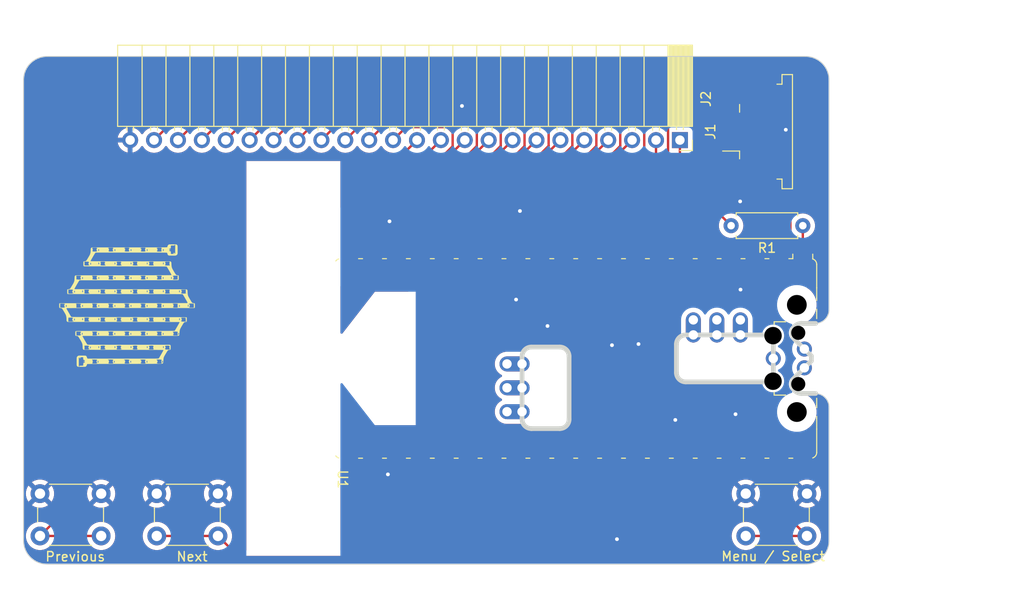
<source format=kicad_pcb>
(kicad_pcb (version 20221018) (generator pcbnew)
  (layers (0 "F.Cu" signal) (31 "B.Cu" signal) (34 "B.Paste" user) (35 "F.Paste" user) (36 "B.SilkS" user "B.Silkscreen") (37 "F.SilkS" user "F.Silkscreen") (38 "B.Mask" user) (39 "F.Mask" user) (44 "Edge.Cuts" user))
  (net 0 "")
  (net 1 "Net-(J1-Pin_1)")
  (net 2 "Net-(J1-Pin_2)")
  (net 4 "GPIO4")
  (net 5 "GPIO5")
  (net 6 "GPIO6")
  (net 7 "GPIO7")
  (net 8 "GPIO8")
  (net 9 "GPIO9")
  (net 10 "GPIO10")
  (net 11 "GPIO11")
  (net 12 "GPIO12")
  (net 13 "GPIO13")
  (net 14 "GPIO14")
  (net 15 "GPIO15")
  (net 16 "GPIO16")
  (net 17 "GPIO17")
  (net 18 "GPIO18")
  (net 19 "GPIO19")
  (net 20 "GPIO20")
  (net 21 "GPIO21")
  (net 22 "GPIO22")
  (net 23 "ADC0")
  (net 24 "ADC1")
  (net 25 "ADC2")
  (net 26 "Net-(J2-Pin_23)")
  (net 27 "Net-(U1-GPIO0)")
  (net 28 "Net-(U1-GPIO1)")
  (net 29 "Net-(U1-GPIO2)")
  (net 30 "Net-(U1-GPIO3)")
  (net 35 "GND")
  (footprint "Button_Switch_THT:SW_PUSH_6mm" (layer "F.Cu") (at 79.16 80)
    (fp_text reference "SW2" hide)
    (fp_text value "Next" (at 3.75 6.7) (layer "F.SilkS"))
    (pad "1" thru_hole circle (at 0 0 90) (size 2 2) (drill 1.1) (layers "*.Cu" "*.Mask") (net 35 "GND"))
    (pad "1" thru_hole circle (at 6.5 0 90) (size 2 2) (drill 1.1) (layers "*.Cu" "*.Mask") (net 35 "GND"))
    (pad "2" thru_hole circle (at 0 4.5 90) (size 2 2) (drill 1.1) (layers "*.Cu" "*.Mask") (net 29 "Net-(U1-GPIO2)"))
    (pad "2" thru_hole circle (at 6.5 4.5 90) (size 2 2) (drill 1.1) (layers "*.Cu" "*.Mask") (net 29 "Net-(U1-GPIO2)"))
  )
  (footprint "LOGO" (layer "F.Cu") (at 76 60)
    (fp_text reference "G***" hide)
    (fp_text value "LOGO" hide)
  )
  (footprint "Button_Switch_THT:SW_PUSH_6mm" (layer "F.Cu") (at 66.75 80)
    (fp_text reference "SW3" hide)
    (fp_text value "Previous" (at 3.75 6.7) (layer "F.SilkS"))
    (pad "1" thru_hole circle (at 0 0 90) (size 2 2) (drill 1.1) (layers "*.Cu" "*.Mask") (net 35 "GND"))
    (pad "1" thru_hole circle (at 6.5 0 90) (size 2 2) (drill 1.1) (layers "*.Cu" "*.Mask") (net 35 "GND"))
    (pad "2" thru_hole circle (at 0 4.5 90) (size 2 2) (drill 1.1) (layers "*.Cu" "*.Mask") (net 30 "Net-(U1-GPIO3)"))
    (pad "2" thru_hole circle (at 6.5 4.5 90) (size 2 2) (drill 1.1) (layers "*.Cu" "*.Mask") (net 30 "Net-(U1-GPIO3)"))
  )
  (footprint "Library:Connector_1x04-1MP_P1.0mm_Horizontal" (layer "F.Cu") (at 142 41.5 90)
    (fp_text reference "J1" (at 0 -4 90) (layer "F.SilkS"))
    (fp_text value "LED Strip")
    (pad "1" smd rect (at -1.5 -1.8 90) (size 0.6 2.2) (layers "F.Cu" "F.Paste" "F.Mask") (net 1 "Net-(J1-Pin_1)"))
    (pad "2" smd rect (at -0.5 -1.8 90) (size 0.6 2.2) (layers "F.Cu" "F.Paste" "F.Mask") (net 2 "Net-(J1-Pin_2)"))
    (pad "3" smd rect (at 0.5 -1.8 90) (size 0.6 2.2) (layers "F.Cu" "F.Paste" "F.Mask") (net 35 "GND"))
    (pad "4" smd rect (at 1.5 -1.8 90) (size 0.6 2.2) (layers "F.Cu" "F.Paste" "F.Mask"))
    (pad "MP" smd rect (at -4.1 1 90) (size 3.4 3) (layers "F.Cu" "F.Paste" "F.Mask"))
    (pad "MP" smd rect (at 4.1 1 90) (size 3.4 3) (layers "F.Cu" "F.Paste" "F.Mask"))
  )
  (footprint "Library:RaspberryPi_Pico_W_SMD_MountingHoles_Castellated_HandSolder" (layer "F.Cu") (at 123.675 65.62 -90)
    (fp_text reference "U1" (at 11.7475 24.765 -90 unlocked) (layer "F.SilkS") (effects (justify left)))
    (fp_text value "RaspberryPi_Pico")
    (fp_line (start -3.725 -23.989213) (end -3.725 -25.5) (stroke (width 0.5)) (layer "Edge.Cuts"))
    (fp_line (start -2.5 -20) (end -2.5 -11.7) (stroke (width 0.5)) (layer "Edge.Cuts"))
    (fp_line (start -2.017893 -23.282106) (end -0.257537 -25.042462) (stroke (width 0.5)) (layer "Edge.Cuts"))
    (fp_line (start -1.2159 4.7) (end -1.2159 1.7) (stroke (width 0.5)) (layer "Edge.Cuts"))
    (fp_line (start -0.2159 5.7) (end 6.4641 5.7) (stroke (width 0.5)) (layer "Edge.Cuts"))
    (fp_line (start 0.257537 -25.042462) (end -0.257537 -25.042462) (stroke (width 0.5)) (layer "Edge.Cuts"))
    (fp_line (start 1.5 -21) (end -1.5 -21) (stroke (width 0.5)) (layer "Edge.Cuts"))
    (fp_line (start 1.5 -10.7) (end -1.5 -10.7) (stroke (width 0.5)) (layer "Edge.Cuts"))
    (fp_line (start 2.017893 -23.282106) (end 0.257537 -25.042462) (stroke (width 0.5)) (layer "Edge.Cuts"))
    (fp_line (start 2.5 -11.7) (end 2.5 -20) (stroke (width 0.5)) (layer "Edge.Cuts"))
    (fp_line (start 3.725 -23.989213) (end 3.725 -25.5) (stroke (width 0.5)) (layer "Edge.Cuts"))
    (fp_line (start 6.4641 0.7) (end -0.2159 0.7) (stroke (width 0.5)) (layer "Edge.Cuts"))
    (fp_line (start 7.4641 1.7) (end 7.4641 4.7) (stroke (width 0.5)) (layer "Edge.Cuts"))
    (fp_arc (start -2.5 -20) (mid -2.207118 -20.707118) (end -1.5 -21) (stroke (width 0.5)) (layer "Edge.Cuts"))
    (fp_arc (start -2.017893 -23.282106) (mid -3.107711 -23.065266) (end -3.725 -23.989213) (stroke (width 0.5)) (layer "Edge.Cuts"))
    (fp_arc (start -1.5 -10.7) (mid -2.20711 -10.99289) (end -2.5 -11.7) (stroke (width 0.5)) (layer "Edge.Cuts"))
    (fp_arc (start -1.2159 1.7) (mid -0.923007 0.992893) (end -0.2159 0.7) (stroke (width 0.5)) (layer "Edge.Cuts"))
    (fp_arc (start -0.2159 5.7) (mid -0.923007 5.407107) (end -1.2159 4.7) (stroke (width 0.5)) (layer "Edge.Cuts"))
    (fp_arc (start 1.5 -21) (mid 2.207107 -20.707107) (end 2.5 -20) (stroke (width 0.5)) (layer "Edge.Cuts"))
    (fp_arc (start 2.5 -11.7) (mid 2.207095 -10.992905) (end 1.5 -10.7) (stroke (width 0.5)) (layer "Edge.Cuts"))
    (fp_arc (start 3.725 -23.989213) (mid 3.107701 -23.065291) (end 2.017893 -23.282106) (stroke (width 0.5)) (layer "Edge.Cuts"))
    (fp_arc (start 6.4641 0.7) (mid 7.171207 0.992893) (end 7.4641 1.7) (stroke (width 0.5)) (layer "Edge.Cuts"))
    (fp_arc (start 7.4641 4.7) (mid 7.171207 5.407107) (end 6.4641 5.7) (stroke (width 0.5)) (layer "Edge.Cuts"))
    (pad "" np_thru_hole circle (at -5.7 -23.5 270) (size 3.8 3.8) (drill 2.1) (layers "*.Mask") (clearance 1.05))
    (pad "" np_thru_hole circle (at -2.725 -23.65 270) (size 1.5 1.5) (drill 1.5) (layers "*.Mask"))
    (pad "" np_thru_hole circle (at -2.425 -20.97 270) (size 1.85 1.85) (drill 1.85) (layers "*.Mask"))
    (pad "" np_thru_hole circle (at 2.425 -20.97 270) (size 1.85 1.85) (drill 1.85) (layers "*.Mask"))
    (pad "" np_thru_hole circle (at 2.725 -23.65 270) (size 1.5 1.5) (drill 1.5) (layers "*.Mask"))
    (pad "" np_thru_hole circle (at 5.7 -23.5 270) (size 3.8 3.8) (drill 2.1) (layers "*.Mask") (clearance 1.05))
    (pad "1" smd custom (at -8.89 -24.13 270) (size 1.6 1.6) (layers "F.Cu" "F.Paste" "F.Mask") (net 27 "Net-(U1-GPIO0)") (options (clearance outline) (anchor circle)) (primitives (gr_poly (pts (xy -2.4 0.6) (xy -2.4 -0.6) (xy -2.2 -0.8) (xy 0 -0.8) (xy 0 0.8) (xy -2.2 0.8)) (width 0) (fill yes)) (gr_circle (center -2.2 0.6) (end -2 0.6) (width 0) (fill yes)) (gr_circle (center -2.2 -0.6) (end -2 -0.6) (width 0) (fill yes))))
    (pad "2" smd roundrect (at -8.89 -21.59 270) (size 3.2 1.6) (drill (offset -0.8 0)) (layers "F.Cu" "F.Paste" "F.Mask") (roundrect_rratio 0.5) (net 28 "Net-(U1-GPIO1)"))
    (pad "3" smd custom (at -8.89 -19.05 270) (size 1.6 1.6) (layers "F.Cu" "F.Paste" "F.Mask") (net 35 "GND") (options (clearance outline) (anchor circle)) (primitives (gr_poly (pts (xy 0.8 -0.6) (xy 0.8 0.6) (xy 0.6 0.8) (xy -1.6 0.8) (xy -1.6 -0.8) (xy 0.6 -0.8)) (width 0) (fill yes)) (gr_circle (center 0.6 0.6) (end 0.8 0.6) (width 0) (fill yes)) (gr_circle (center 0.6 -0.6) (end 0.8 -0.6) (width 0) (fill yes)) (gr_circle (center -1.6 0) (end -0.8 0) (width 0) (fill yes))))
    (pad "4" smd roundrect (at -8.89 -16.51 270) (size 3.2 1.6) (drill (offset -0.8 0)) (layers "F.Cu" "F.Paste" "F.Mask") (roundrect_rratio 0.5) (net 29 "Net-(U1-GPIO2)"))
    (pad "5" smd roundrect (at -8.89 -13.97 270) (size 3.2 1.6) (drill (offset -0.8 0)) (layers "F.Cu" "F.Paste" "F.Mask") (roundrect_rratio 0.5) (net 30 "Net-(U1-GPIO3)"))
    (pad "6" smd roundrect (at -8.89 -11.43 270) (size 3.2 1.6) (drill (offset -0.8 0)) (layers "F.Cu" "F.Paste" "F.Mask") (roundrect_rratio 0.5) (net 4 "GPIO4"))
    (pad "7" smd roundrect (at -8.89 -8.89 270) (size 3.2 1.6) (drill (offset -0.8 0)) (layers "F.Cu" "F.Paste" "F.Mask") (roundrect_rratio 0.5) (net 5 "GPIO5"))
    (pad "8" smd custom (at -8.89 -6.35 270) (size 1.6 1.6) (layers "F.Cu" "F.Paste" "F.Mask") (net 35 "GND") (options (clearance outline) (anchor circle)) (primitives (gr_poly (pts (xy 0.8 -0.6) (xy 0.8 0.6) (xy 0.6 0.8) (xy -1.6 0.8) (xy -1.6 -0.8) (xy 0.6 -0.8)) (width 0) (fill yes)) (gr_circle (center 0.6 0.6) (end 0.8 0.6) (width 0) (fill yes)) (gr_circle (center 0.6 -0.6) (end 0.8 -0.6) (width 0) (fill yes)) (gr_circle (center -1.6 0) (end -0.8 0) (width 0) (fill yes))))
    (pad "9" smd roundrect (at -8.89 -3.81 270) (size 3.2 1.6) (drill (offset -0.8 0)) (layers "F.Cu" "F.Paste" "F.Mask") (roundrect_rratio 0.5) (net 6 "GPIO6"))
    (pad "10" smd roundrect (at -8.89 -1.27 270) (size 3.2 1.6) (drill (offset -0.8 0)) (layers "F.Cu" "F.Paste" "F.Mask") (roundrect_rratio 0.5) (net 7 "GPIO7"))
    (pad "11" smd roundrect (at -8.89 1.27 270) (size 3.2 1.6) (drill (offset -0.8 0)) (layers "F.Cu" "F.Paste" "F.Mask") (roundrect_rratio 0.5) (net 8 "GPIO8"))
    (pad "12" smd roundrect (at -8.89 3.81 270) (size 3.2 1.6) (drill (offset -0.8 0)) (layers "F.Cu" "F.Paste" "F.Mask") (roundrect_rratio 0.5) (net 9 "GPIO9"))
    (pad "13" smd custom (at -8.89 6.35 270) (size 1.6 1.6) (layers "F.Cu" "F.Paste" "F.Mask") (net 35 "GND") (options (clearance outline) (anchor circle)) (primitives (gr_poly (pts (xy 0.8 -0.6) (xy 0.8 0.6) (xy 0.6 0.8) (xy -1.6 0.8) (xy -1.6 -0.8) (xy 0.6 -0.8)) (width 0) (fill yes)) (gr_circle (center 0.6 0.6) (end 0.8 0.6) (width 0) (fill yes)) (gr_circle (center 0.6 -0.6) (end 0.8 -0.6) (width 0) (fill yes)) (gr_circle (center -1.6 0) (end -0.8 0) (width 0) (fill yes))))
    (pad "14" smd roundrect (at -8.89 8.89 270) (size 3.2 1.6) (drill (offset -0.8 0)) (layers "F.Cu" "F.Paste" "F.Mask") (roundrect_rratio 0.5) (net 10 "GPIO10"))
    (pad "15" smd roundrect (at -8.89 11.43 270) (size 3.2 1.6) (drill (offset -0.8 0)) (layers "F.Cu" "F.Paste" "F.Mask") (roundrect_rratio 0.5) (net 11 "GPIO11"))
    (pad "16" smd roundrect (at -8.89 13.97 270) (size 3.2 1.6) (drill (offset -0.8 0)) (layers "F.Cu" "F.Paste" "F.Mask") (roundrect_rratio 0.5) (net 12 "GPIO12"))
    (pad "17" smd roundrect (at -8.89 16.51 270) (size 3.2 1.6) (drill (offset -0.8 0)) (layers "F.Cu" "F.Paste" "F.Mask") (roundrect_rratio 0.5) (net 13 "GPIO13"))
    (pad "18" smd custom (at -8.89 19.05 270) (size 1.6 1.6) (layers "F.Cu" "F.Paste" "F.Mask") (net 35 "GND") (options (clearance outline) (anchor circle)) (primitives (gr_poly (pts (xy 0.8 -0.6) (xy 0.8 0.6) (xy 0.6 0.8) (xy -1.6 0.8) (xy -1.6 -0.8) (xy 0.6 -0.8)) (width 0) (fill yes)) (gr_circle (center 0.6 0.6) (end 0.8 0.6) (width 0) (fill yes)) (gr_circle (center 0.6 -0.6) (end 0.8 -0.6) (width 0) (fill yes)) (gr_circle (center -1.6 0) (end -0.8 0) (width 0) (fill yes))))
    (pad "19" smd roundrect (at -8.89 21.59 270) (size 3.2 1.6) (drill (offset -0.8 0)) (layers "F.Cu" "F.Paste" "F.Mask") (roundrect_rratio 0.5) (net 14 "GPIO14"))
    (pad "20" smd roundrect (at -8.89 24.13 270) (size 3.2 1.6) (drill (offset -0.8 0)) (layers "F.Cu" "F.Paste" "F.Mask") (roundrect_rratio 0.5) (net 15 "GPIO15"))
    (pad "21" smd roundrect (at 8.89 24.13 270) (size 3.2 1.6) (drill (offset 0.8 0)) (layers "F.Cu" "F.Paste" "F.Mask") (roundrect_rratio 0.5) (net 16 "GPIO16"))
    (pad "22" smd roundrect (at 8.89 21.59 270) (size 3.2 1.6) (drill (offset 0.8 0)) (layers "F.Cu" "F.Paste" "F.Mask") (roundrect_rratio 0.5) (net 17 "GPIO17"))
    (pad "23" smd custom (at 8.89 19.05 270) (size 1.6 1.6) (layers "F.Cu" "F.Paste" "F.Mask") (net 35 "GND") (options (clearance outline) (anchor circle)) (primitives (gr_poly (pts (xy -0.8 -0.6) (xy -0.8 0.6) (xy -0.6 0.8) (xy 1.6 0.8) (xy 1.6 -0.8) (xy -0.6 -0.8)) (width 0) (fill yes)) (gr_circle (center -0.6 0.6) (end -0.4 0.6) (width 0) (fill yes)) (gr_circle (center -0.6 -0.6) (end -0.4 -0.6) (width 0) (fill yes)) (gr_circle (center 1.6 0) (end 2.4 0) (width 0) (fill yes))))
    (pad "24" smd roundrect (at 8.89 16.51 270) (size 3.2 1.6) (drill (offset 0.8 0)) (layers "F.Cu" "F.Paste" "F.Mask") (roundrect_rratio 0.5) (net 18 "GPIO18"))
    (pad "25" smd roundrect (at 8.89 13.97 270) (size 3.2 1.6) (drill (offset 0.8 0)) (layers "F.Cu" "F.Paste" "F.Mask") (roundrect_rratio 0.5) (net 19 "GPIO19"))
    (pad "26" smd roundrect (at 8.89 11.43 270) (size 3.2 1.6) (drill (offset 0.8 0)) (layers "F.Cu" "F.Paste" "F.Mask") (roundrect_rratio 0.5) (net 20 "GPIO20"))
    (pad "27" smd roundrect (at 8.89 8.89 270) (size 3.2 1.6) (drill (offset 0.8 0)) (layers "F.Cu" "F.Paste" "F.Mask") (roundrect_rratio 0.5) (net 21 "GPIO21"))
    (pad "28" smd custom (at 8.89 6.35 270) (size 1.6 1.6) (layers "F.Cu" "F.Paste" "F.Mask") (net 35 "GND") (options (clearance outline) (anchor circle)) (primitives (gr_poly (pts (xy -0.8 -0.6) (xy -0.8 0.6) (xy -0.6 0.8) (xy 1.6 0.8) (xy 1.6 -0.8) (xy -0.6 -0.8)) (width 0) (fill yes)) (gr_circle (center -0.6 0.6) (end -0.4 0.6) (width 0) (fill yes)) (gr_circle (center -0.6 -0.6) (end -0.4 -0.6) (width 0) (fill yes)) (gr_circle (center 1.6 0) (end 2.4 0) (width 0) (fill yes))))
    (pad "29" smd roundrect (at 8.89 3.81 270) (size 3.2 1.6) (drill (offset 0.8 0)) (layers "F.Cu" "F.Paste" "F.Mask") (roundrect_rratio 0.5) (net 22 "GPIO22"))
    (pad "30" smd roundrect (at 8.89 1.27 270) (size 3.2 1.6) (drill (offset 0.8 0)) (layers "F.Cu" "F.Paste" "F.Mask") (roundrect_rratio 0.5))
    (pad "31" smd roundrect (at 8.89 -1.27 270) (size 3.2 1.6) (drill (offset 0.8 0)) (layers "F.Cu" "F.Paste" "F.Mask") (roundrect_rratio 0.5) (net 23 "ADC0"))
    (pad "32" smd roundrect (at 8.89 -3.81 270) (size 3.2 1.6) (drill (offset 0.8 0)) (layers "F.Cu" "F.Paste" "F.Mask") (roundrect_rratio 0.5) (net 24 "ADC1"))
    (pad "33" smd custom (at 8.89 -6.35 270) (size 1.6 1.6) (layers "F.Cu" "F.Paste" "F.Mask") (options (clearance outline) (anchor circle)) (primitives (gr_poly (pts (xy -0.8 -0.6) (xy -0.8 0.6) (xy -0.6 0.8) (xy 1.6 0.8) (xy 1.6 -0.8) (xy -0.6 -0.8)) (width 0) (fill yes)) (gr_circle (center -0.6 0.6) (end -0.4 0.6) (width 0) (fill yes)) (gr_circle (center -0.6 -0.6) (end -0.4 -0.6) (width 0) (fill yes)) (gr_circle (center 1.6 0) (end 2.4 0) (width 0) (fill yes))))
    (pad "34" smd roundrect (at 8.89 -8.89 270) (size 3.2 1.6) (drill (offset 0.8 0)) (layers "F.Cu" "F.Paste" "F.Mask") (roundrect_rratio 0.5) (net 25 "ADC2"))
    (pad "35" smd roundrect (at 8.89 -11.43 270) (size 3.2 1.6) (drill (offset 0.8 0)) (layers "F.Cu" "F.Paste" "F.Mask") (roundrect_rratio 0.5))
    (pad "36" smd roundrect (at 8.89 -13.97 270) (size 3.2 1.6) (drill (offset 0.8 0)) (layers "F.Cu" "F.Paste" "F.Mask") (roundrect_rratio 0.5) (net 26 "Net-(J2-Pin_23)"))
    (pad "37" smd roundrect (at 8.89 -16.51 270) (size 3.2 1.6) (drill (offset 0.8 0)) (layers "F.Cu" "F.Paste" "F.Mask") (roundrect_rratio 0.5))
    (pad "38" smd custom (at 8.89 -19.05 270) (size 1.6 1.6) (layers "F.Cu" "F.Paste" "F.Mask") (net 35 "GND") (options (clearance outline) (anchor circle)) (primitives (gr_poly (pts (xy -0.8 -0.6) (xy -0.8 0.6) (xy -0.6 0.8) (xy 1.6 0.8) (xy 1.6 -0.8) (xy -0.6 -0.8)) (width 0) (fill yes)) (gr_circle (center -0.6 0.6) (end -0.4 0.6) (width 0) (fill yes)) (gr_circle (center -0.6 -0.6) (end -0.4 -0.6) (width 0) (fill yes)) (gr_circle (center 1.6 0) (end 2.4 0) (width 0) (fill yes))))
    (pad "39" smd roundrect (at 8.89 -21.59 270) (size 3.2 1.6) (drill (offset 0.8 0)) (layers "F.Cu" "F.Paste" "F.Mask") (roundrect_rratio 0.5) (net 1 "Net-(J1-Pin_1)"))
    (pad "40" smd roundrect (at 8.89 -24.13 270) (size 3.2 1.6) (drill (offset 0.8 0)) (layers "F.Cu" "F.Paste" "F.Mask") (roundrect_rratio 0.5) (net 1 "Net-(J1-Pin_1)"))
    (pad "D1" thru_hole circle (at 0.5841 5.7 270) (size 1.6 1.6) (drill 1) (property pad_prop_castellated) (layers "*.Cu" "*.Mask"))
    (pad "D1" thru_hole roundrect (at 0.5841 7.3 270) (size 1.6 3.2) (drill 1 (offset 0 -0.8)) (property pad_prop_castellated) (layers "*.Cu" "*.Mask") (roundrect_rratio 0.5))
    (pad "D2" thru_hole circle (at 3.1241 5.7 270) (size 1.6 1.6) (drill 1) (property pad_prop_castellated) (layers "*.Cu" "*.Mask"))
    (pad "D2" thru_hole roundrect (at 3.1241 7.3 270) (size 1.6 3.2) (drill 1 (offset 0 -0.8)) (property pad_prop_castellated) (layers "*.Cu" "*.Mask") (roundrect_rratio 0.5))
    (pad "D3" thru_hole circle (at 5.6641 5.7 270) (size 1.6 1.6) (drill 1) (property pad_prop_castellated) (layers "*.Cu" "*.Mask"))
    (pad "D3" thru_hole roundrect (at 5.6641 7.3 270) (size 1.6 3.2) (drill 1 (offset 0 -0.8)) (property pad_prop_castellated) (layers "*.Cu" "*.Mask") (roundrect_rratio 0.5))
    (pad "TP1" thru_hole circle (at 0 -21 270) (size 1.6 1.6) (drill 1) (property pad_prop_castellated) (layers "*.Mask" "F.Cu" "In1.Cu" "B.Cu"))
    (pad "TP2" thru_hole circle (at 1 -24.3 270) (size 1.6 1.6) (drill 1) (property pad_prop_castellated) (layers "*.Cu" "*.Mask"))
    (pad "TP3" thru_hole circle (at -1 -24.3 270) (size 1.6 1.6) (drill 1) (property pad_prop_castellated) (layers "*.Cu" "*.Mask"))
    (pad "TP4" thru_hole roundrect (at -4.1 -17.5 270) (size 3.2 1.6) (drill 1 (offset 0.8 0)) (property pad_prop_castellated) (layers "*.Mask" "F.Cu" "In1.Cu" "B.Cu") (roundrect_rratio 0.5))
    (pad "TP4" thru_hole circle (at -2.5 -17.5 270) (size 1.6 1.6) (drill 1) (property pad_prop_castellated) (layers "*.Mask" "F.Cu" "In1.Cu" "B.Cu"))
    (pad "TP5" thru_hole roundrect (at -4.1 -15 270) (size 3.2 1.6) (drill 1 (offset 0.8 0)) (property pad_prop_castellated) (layers "*.Mask" "F.Cu" "In1.Cu" "B.Cu") (roundrect_rratio 0.5))
    (pad "TP5" thru_hole circle (at -2.5 -15 270) (size 1.6 1.6) (drill 1) (property pad_prop_castellated) (layers "*.Mask" "F.Cu" "In1.Cu" "B.Cu"))
    (pad "TP6" thru_hole roundrect (at -4.1 -12.5 270) (size 3.2 1.6) (drill 1 (offset 0.8 0)) (property pad_prop_castellated) (layers "*.Mask" "F.Cu" "In1.Cu" "B.Cu") (roundrect_rratio 0.5))
    (pad "TP6" thru_hole circle (at -2.5 -12.5 270) (size 1.6 1.6) (drill 1) (property pad_prop_castellated) (layers "*.Mask" "F.Cu" "In1.Cu" "B.Cu"))
    (zone (net 0) (net_name "") (layers "*.Cu" "*.Paste") (name "RF Copper Keep Out") (connect_pads (clearance 0)) (min_thickness 0.254)
      (keepout (tracks not_allowed) (vias not_allowed) (pads not_allowed) (copperpour not_allowed) (footprints not_allowed))
      (fill (thermal_gap 0.508) (thermal_bridge_width 0.508))
      (polygon (pts (xy 98.675 44.62) (xy 98.675 86.62) (xy 88.675 86.62) (xy 88.675 44.62)))
    )
    (zone (net 0) (net_name "") (layers "*.Cu" "*.Paste") (name "Antenna Copper Keep Out") (connect_pads (clearance 0)) (min_thickness 0.254)
      (keepout (tracks not_allowed) (vias not_allowed) (pads not_allowed) (copperpour not_allowed) (footprints not_allowed))
      (fill (thermal_gap 0.508) (thermal_bridge_width 0.508))
      (polygon (pts (xy 98.685105 63.22) (xy 102.335105 58.52) (xy 106.675 58.52) (xy 106.675 72.72) (xy 102.335105 72.72) (xy 98.685105 68.02) (xy 98.675 68.02) (xy 98.675 63.22)))
    )
  )
  (footprint "Button_Switch_THT:SW_PUSH_6mm" (layer "F.Cu") (at 141.75 80)
    (fp_text reference "SW1" hide)
    (fp_text value "Menu / Select" (at 2.91 6.67) (layer "F.SilkS"))
    (pad "1" thru_hole circle (at 0 0 90) (size 2 2) (drill 1.1) (layers "*.Cu" "*.Mask") (net 35 "GND"))
    (pad "1" thru_hole circle (at 6.5 0 90) (size 2 2) (drill 1.1) (layers "*.Cu" "*.Mask") (net 35 "GND"))
    (pad "2" thru_hole circle (at 0 4.5 90) (size 2 2) (drill 1.1) (layers "*.Cu" "*.Mask") (net 28 "Net-(U1-GPIO1)"))
    (pad "2" thru_hole circle (at 6.5 4.5 90) (size 2 2) (drill 1.1) (layers "*.Cu" "*.Mask") (net 28 "Net-(U1-GPIO1)"))
  )
  (footprint "Connector_PinSocket_2.54mm:PinSocket_1x24_P2.54mm_Horizontal" (layer "F.Cu") (at 134.75 42.4 -90)
    (fp_text reference "J2" (at -4.38 -2.77 90) (layer "F.SilkS"))
    (fp_text value "Expansion")
    (pad "1" thru_hole rect (at 0 0 270) (size 1.7 1.7) (drill 1) (layers "*.Cu" "*.Mask") (net 4 "GPIO4"))
    (pad "2" thru_hole oval (at 0 2.54 270) (size 1.7 1.7) (drill 1) (layers "*.Cu" "*.Mask") (net 5 "GPIO5"))
    (pad "3" thru_hole oval (at 0 5.08 270) (size 1.7 1.7) (drill 1) (layers "*.Cu" "*.Mask") (net 6 "GPIO6"))
    (pad "4" thru_hole oval (at 0 7.62 270) (size 1.7 1.7) (drill 1) (layers "*.Cu" "*.Mask") (net 7 "GPIO7"))
    (pad "5" thru_hole oval (at 0 10.16 270) (size 1.7 1.7) (drill 1) (layers "*.Cu" "*.Mask") (net 8 "GPIO8"))
    (pad "6" thru_hole oval (at 0 12.7 270) (size 1.7 1.7) (drill 1) (layers "*.Cu" "*.Mask") (net 9 "GPIO9"))
    (pad "7" thru_hole oval (at 0 15.24 270) (size 1.7 1.7) (drill 1) (layers "*.Cu" "*.Mask") (net 10 "GPIO10"))
    (pad "8" thru_hole oval (at 0 17.78 270) (size 1.7 1.7) (drill 1) (layers "*.Cu" "*.Mask") (net 11 "GPIO11"))
    (pad "9" thru_hole oval (at 0 20.32 270) (size 1.7 1.7) (drill 1) (layers "*.Cu" "*.Mask") (net 12 "GPIO12"))
    (pad "10" thru_hole oval (at 0 22.86 270) (size 1.7 1.7) (drill 1) (layers "*.Cu" "*.Mask") (net 13 "GPIO13"))
    (pad "11" thru_hole oval (at 0 25.4 270) (size 1.7 1.7) (drill 1) (layers "*.Cu" "*.Mask") (net 14 "GPIO14"))
    (pad "12" thru_hole oval (at 0 27.94 270) (size 1.7 1.7) (drill 1) (layers "*.Cu" "*.Mask") (net 15 "GPIO15"))
    (pad "13" thru_hole oval (at 0 30.48 270) (size 1.7 1.7) (drill 1) (layers "*.Cu" "*.Mask") (net 16 "GPIO16"))
    (pad "14" thru_hole oval (at 0 33.02 270) (size 1.7 1.7) (drill 1) (layers "*.Cu" "*.Mask") (net 17 "GPIO17"))
    (pad "15" thru_hole oval (at 0 35.56 270) (size 1.7 1.7) (drill 1) (layers "*.Cu" "*.Mask") (net 18 "GPIO18"))
    (pad "16" thru_hole oval (at 0 38.1 270) (size 1.7 1.7) (drill 1) (layers "*.Cu" "*.Mask") (net 19 "GPIO19"))
    (pad "17" thru_hole oval (at 0 40.64 270) (size 1.7 1.7) (drill 1) (layers "*.Cu" "*.Mask") (net 20 "GPIO20"))
    (pad "18" thru_hole oval (at 0 43.18 270) (size 1.7 1.7) (drill 1) (layers "*.Cu" "*.Mask") (net 21 "GPIO21"))
    (pad "19" thru_hole oval (at 0 45.72 270) (size 1.7 1.7) (drill 1) (layers "*.Cu" "*.Mask") (net 22 "GPIO22"))
    (pad "20" thru_hole oval (at 0 48.26 270) (size 1.7 1.7) (drill 1) (layers "*.Cu" "*.Mask") (net 23 "ADC0"))
    (pad "21" thru_hole oval (at 0 50.8 270) (size 1.7 1.7) (drill 1) (layers "*.Cu" "*.Mask") (net 24 "ADC1"))
    (pad "22" thru_hole oval (at 0 53.34 270) (size 1.7 1.7) (drill 1) (layers "*.Cu" "*.Mask") (net 25 "ADC2"))
    (pad "23" thru_hole oval (at 0 55.88 270) (size 1.7 1.7) (drill 1) (layers "*.Cu" "*.Mask") (net 26 "Net-(J2-Pin_23)"))
    (pad "24" thru_hole oval (at 0 58.42 270) (size 1.7 1.7) (drill 1) (layers "*.Cu" "*.Mask") (net 35 "GND"))
  )
  (footprint "Resistor_THT:R_Axial_DIN0207_L6.3mm_D2.5mm_P7.62mm_Horizontal" (layer "F.Cu") (at 147.81 51.5 180)
    (fp_text reference "R1" (at 3.81 -2.37) (layer "F.SilkS"))
    (fp_text value "330")
    (pad "1" thru_hole circle (at 0 0 180) (size 1.6 1.6) (drill 0.8) (layers "*.Cu" "*.Mask") (net 27 "Net-(U1-GPIO0)"))
    (pad "2" thru_hole oval (at 7.62 0 180) (size 1.6 1.6) (drill 0.8) (layers "*.Cu" "*.Mask") (net 2 "Net-(J1-Pin_2)"))
  )
  (gr_arc (start 150.6 60.395) (mid 150.19816 61.440127) (end 149.175 61.895) (stroke (width 0.1)) (layer "Edge.Cuts"))
  (gr_line (start 150.6 60.395) (end 150.6 36) (stroke (width 0.1)) (layer "Edge.Cuts"))
  (gr_arc (start 67.5 87.5) (mid 65.732233 86.767767) (end 65 85) (stroke (width 0.1)) (layer "Edge.Cuts"))
  (gr_line (start 65 85) (end 65 36) (stroke (width 0.1)) (layer "Edge.Cuts"))
  (gr_line (start 67.5 33.5) (end 148.1 33.5) (stroke (width 0.1)) (layer "Edge.Cuts"))
  (gr_arc (start 149.175 69.345) (mid 150.19816 69.799873) (end 150.6 70.845) (stroke (width 0.1)) (layer "Edge.Cuts"))
  (gr_arc (start 150.6 85) (mid 149.867767 86.767767) (end 148.1 87.5) (stroke (width 0.1)) (layer "Edge.Cuts"))
  (gr_line (start 150.6 85) (end 150.6 70.845) (stroke (width 0.1)) (layer "Edge.Cuts"))
  (gr_line (start 148.1 87.5) (end 67.5 87.5) (stroke (width 0.1)) (layer "Edge.Cuts"))
  (gr_arc (start 65 36) (mid 65.732233 34.232233) (end 67.5 33.5) (stroke (width 0.1)) (layer "Edge.Cuts"))
  (gr_arc (start 148.1 33.5) (mid 149.867767 34.232233) (end 150.6 36) (stroke (width 0.1)) (layer "Edge.Cuts"))
  (segment (start 145.265 74.51) (end 147.805 74.51) (width 0.25) (layer "F.Cu") (net 1))
  (segment (start 144.82 74.065) (end 144.82 71.31) (width 0.25) (layer "F.Cu") (net 1))
  (segment (start 144.018375 59.93) (end 146.49 57.458375) (width 0.25) (layer "F.Cu") (net 1))
  (segment (start 146.49 57.458375) (end 146.49 45.43038) (width 0.25) (layer "F.Cu") (net 1))
  (segment (start 142.29 68.78) (end 134.59 68.78) (width 0.25) (layer "F.Cu") (net 1))
  (segment (start 135.28 59.93) (end 144.018375 59.93) (width 0.25) (layer "F.Cu") (net 1))
  (segment (start 133.65 67.84) (end 133.65 61.56) (width 0.25) (layer "F.Cu") (net 1))
  (segment (start 133.65 61.56) (end 135.28 59.93) (width 0.25) (layer "F.Cu") (net 1))
  (segment (start 146.49 45.43038) (end 144.05962 43) (width 0.25) (layer "F.Cu") (net 1))
  (segment (start 144.82 71.31) (end 142.29 68.78) (width 0.25) (layer "F.Cu") (net 1))
  (segment (start 144.05962 43) (end 140.2 43) (width 0.25) (layer "F.Cu") (net 1))
  (segment (start 134.59 68.78) (end 133.65 67.84) (width 0.25) (layer "F.Cu") (net 1))
  (segment (start 140.19 51.5) (end 138.775 50.085) (width 0.25) (layer "F.Cu") (net 2))
  (segment (start 138.775 50.085) (end 138.775 42.325) (width 0.25) (layer "F.Cu") (net 2))
  (segment (start 138.775 42.325) (end 139.1 42) (width 0.25) (layer "F.Cu") (net 2))
  (segment (start 139.1 42) (end 140.2 42) (width 0.25) (layer "F.Cu") (net 2))
  (segment (start 134.75 42.4) (end 134.75 56.375) (width 0.25) (layer "F.Cu") (net 4))
  (segment (start 132.21 42.4) (end 132.21 56.375) (width 0.25) (layer "F.Cu") (net 5))
  (segment (start 129.67 42.4) (end 127.485 44.585) (width 0.25) (layer "F.Cu") (net 6))
  (segment (start 127.485 44.585) (end 127.485 56.73) (width 0.25) (layer "F.Cu") (net 6))
  (segment (start 124.945 44.585) (end 124.945 56.73) (width 0.25) (layer "F.Cu") (net 7))
  (segment (start 127.13 42.4) (end 124.945 44.585) (width 0.25) (layer "F.Cu") (net 7))
  (segment (start 122.405 44.585) (end 122.405 56.73) (width 0.25) (layer "F.Cu") (net 8))
  (segment (start 124.59 42.4) (end 122.405 44.585) (width 0.25) (layer "F.Cu") (net 8))
  (segment (start 119.865 44.585) (end 119.865 56.73) (width 0.25) (layer "F.Cu") (net 9))
  (segment (start 122.05 42.4) (end 119.865 44.585) (width 0.25) (layer "F.Cu") (net 9))
  (segment (start 114.785 47.125) (end 114.785 56.73) (width 0.25) (layer "F.Cu") (net 10))
  (segment (start 119.51 42.4) (end 114.785 47.125) (width 0.25) (layer "F.Cu") (net 10))
  (segment (start 116.97 42.4) (end 112.245 47.125) (width 0.25) (layer "F.Cu") (net 11))
  (segment (start 112.245 47.125) (end 112.245 56.73) (width 0.25) (layer "F.Cu") (net 11))
  (segment (start 109.705 47.125) (end 109.705 56.73) (width 0.25) (layer "F.Cu") (net 12))
  (segment (start 114.43 42.4) (end 109.705 47.125) (width 0.25) (layer "F.Cu") (net 12))
  (segment (start 107.165 47.125) (end 107.165 56.73) (width 0.25) (layer "F.Cu") (net 13))
  (segment (start 111.89 42.4) (end 107.165 47.125) (width 0.25) (layer "F.Cu") (net 13))
  (segment (start 109.35 42.4) (end 102.085 49.665) (width 0.25) (layer "F.Cu") (net 14))
  (segment (start 102.085 49.665) (end 102.085 56.73) (width 0.25) (layer "F.Cu") (net 14))
  (segment (start 106.81 42.4) (end 99.545 49.665) (width 0.25) (layer "F.Cu") (net 15))
  (segment (start 99.545 49.665) (end 99.545 56.73) (width 0.25) (layer "F.Cu") (net 15))
  (segment (start 104.27 42.4) (end 105.65 41.02) (width 0.25) (layer "F.Cu") (net 16))
  (segment (start 107.53 59.04) (end 107.53 72.041778) (width 0.25) (layer "F.Cu") (net 16))
  (segment (start 105.65 41.02) (end 110.03 41.02) (width 0.25) (layer "F.Cu") (net 16))
  (segment (start 110.03 41.02) (end 110.6 41.59) (width 0.25) (layer "F.Cu") (net 16))
  (segment (start 107.53 72.041778) (end 106.726778 72.845) (width 0.25) (layer "F.Cu") (net 16))
  (segment (start 110.6 43.053604) (end 105.9 47.753604) (width 0.25) (layer "F.Cu") (net 16))
  (segment (start 106.726778 72.845) (end 101.21 72.845) (width 0.25) (layer "F.Cu") (net 16))
  (segment (start 101.21 72.845) (end 99.545 74.51) (width 0.25) (layer "F.Cu") (net 16))
  (segment (start 105.9 57.41) (end 107.53 59.04) (width 0.25) (layer "F.Cu") (net 16))
  (segment (start 110.6 41.59) (end 110.6 43.053604) (width 0.25) (layer "F.Cu") (net 16))
  (segment (start 105.9 47.753604) (end 105.9 57.41) (width 0.25) (layer "F.Cu") (net 16))
  (segment (start 108.42 47.773604) (end 108.42 71.788174) (width 0.25) (layer "F.Cu") (net 17))
  (segment (start 105.85 73.97) (end 105.85 78.12) (width 0.25) (layer "F.Cu") (net 17))
  (segment (start 106.913174 73.295) (end 106.525 73.295) (width 0.25) (layer "F.Cu") (net 17))
  (segment (start 113.17 41.29) (end 113.17 43.023604) (width 0.25) (layer "F.Cu") (net 17))
  (segment (start 102.085 78.005) (end 102.085 74.51) (width 0.25) (layer "F.Cu") (net 17))
  (segment (start 104.96 79.01) (end 103.09 79.01) (width 0.25) (layer "F.Cu") (net 17))
  (segment (start 113.17 43.023604) (end 108.42 47.773604) (width 0.25) (layer "F.Cu") (net 17))
  (segment (start 101.73 42.4) (end 103.56 40.57) (width 0.25) (layer "F.Cu") (net 17))
  (segment (start 106.525 73.295) (end 105.85 73.97) (width 0.25) (layer "F.Cu") (net 17))
  (segment (start 112.45 40.57) (end 113.17 41.29) (width 0.25) (layer "F.Cu") (net 17))
  (segment (start 105.85 78.12) (end 104.96 79.01) (width 0.25) (layer "F.Cu") (net 17))
  (segment (start 103.09 79.01) (end 102.085 78.005) (width 0.25) (layer "F.Cu") (net 17))
  (segment (start 103.56 40.57) (end 112.45 40.57) (width 0.25) (layer "F.Cu") (net 17))
  (segment (start 108.42 71.788174) (end 106.913174 73.295) (width 0.25) (layer "F.Cu") (net 17))
  (segment (start 115.71 43.023604) (end 110.98 47.753604) (width 0.25) (layer "F.Cu") (net 18))
  (segment (start 99.19 42.4) (end 101.47 40.12) (width 0.25) (layer "F.Cu") (net 18))
  (segment (start 110.98 47.753604) (end 110.98 70.695) (width 0.25) (layer "F.Cu") (net 18))
  (segment (start 115.71 41.31) (end 115.71 43.023604) (width 0.25) (layer "F.Cu") (net 18))
  (segment (start 114.52 40.12) (end 115.71 41.31) (width 0.25) (layer "F.Cu") (net 18))
  (segment (start 101.47 40.12) (end 114.52 40.12) (width 0.25) (layer "F.Cu") (net 18))
  (segment (start 110.98 70.695) (end 107.165 74.51) (width 0.25) (layer "F.Cu") (net 18))
  (segment (start 118.24 38.266396) (end 117.493604 37.52) (width 0.25) (layer "F.Cu") (net 19))
  (segment (start 117.493604 37.52) (end 101.53 37.52) (width 0.25) (layer "F.Cu") (net 19))
  (segment (start 109.705 74.51) (end 111.795 72.42) (width 0.25) (layer "F.Cu") (net 19))
  (segment (start 111.795 72.42) (end 111.795 65.442208) (width 0.25) (layer "F.Cu") (net 19))
  (segment (start 113.51 63.727208) (end 113.51 47.763604) (width 0.25) (layer "F.Cu") (net 19))
  (segment (start 118.24 43.033604) (end 118.24 38.266396) (width 0.25) (layer "F.Cu") (net 19))
  (segment (start 113.51 47.763604) (end 118.24 43.033604) (width 0.25) (layer "F.Cu") (net 19))
  (segment (start 111.795 65.442208) (end 113.51 63.727208) (width 0.25) (layer "F.Cu") (net 19))
  (segment (start 101.53 37.52) (end 96.65 42.4) (width 0.25) (layer "F.Cu") (net 19))
  (segment (start 112.245 65.628604) (end 112.245 74.51) (width 0.25) (layer "F.Cu") (net 20))
  (segment (start 120.8 40.19) (end 120.8 43.013604) (width 0.25) (layer "F.Cu") (net 20))
  (segment (start 116.07 61.803604) (end 112.245 65.628604) (width 0.25) (layer "F.Cu") (net 20))
  (segment (start 116.07 47.743604) (end 116.07 61.803604) (width 0.25) (layer "F.Cu") (net 20))
  (segment (start 120.8 43.013604) (end 116.07 47.743604) (width 0.25) (layer "F.Cu") (net 20))
  (segment (start 99.44 37.07) (end 117.68 37.07) (width 0.25) (layer "F.Cu") (net 20))
  (segment (start 117.68 37.07) (end 120.8 40.19) (width 0.25) (layer "F.Cu") (net 20))
  (segment (start 94.11 42.4) (end 99.44 37.07) (width 0.25) (layer "F.Cu") (net 20))
  (segment (start 123.32 43.033604) (end 121.12 45.233604) (width 0.25) (layer "F.Cu") (net 21))
  (segment (start 123.32 40.24) (end 123.32 43.033604) (width 0.25) (layer "F.Cu") (net 21))
  (segment (start 114.15 73.875) (end 114.785 74.51) (width 0.25) (layer "F.Cu") (net 21))
  (segment (start 121.12 57.39) (end 114.15 64.36) (width 0.25) (layer "F.Cu") (net 21))
  (segment (start 119.7 36.62) (end 123.32 40.24) (width 0.25) (layer "F.Cu") (net 21))
  (segment (start 97.35 36.62) (end 119.7 36.62) (width 0.25) (layer "F.Cu") (net 21))
  (segment (start 121.12 45.233604) (end 121.12 57.39) (width 0.25) (layer "F.Cu") (net 21))
  (segment (start 91.57 42.4) (end 97.35 36.62) (width 0.25) (layer "F.Cu") (net 21))
  (segment (start 114.15 64.36) (end 114.15 73.875) (width 0.25) (layer "F.Cu") (net 21))
  (segment (start 95.26 36.17) (end 122.11 36.17) (width 0.25) (layer "F.Cu") (net 22))
  (segment (start 121.44 77.41) (end 119.865 75.835) (width 0.25) (layer "F.Cu") (net 22))
  (segment (start 125.87 43.023604) (end 123.66 45.233604) (width 0.25) (layer "F.Cu") (net 22))
  (segment (start 123.66 45.233604) (end 123.66 76.79) (width 0.25) (layer "F.Cu") (net 22))
  (segment (start 89.03 42.4) (end 95.26 36.17) (width 0.25) (layer "F.Cu") (net 22))
  (segment (start 122.11 36.17) (end 125.87 39.93) (width 0.25) (layer "F.Cu") (net 22))
  (segment (start 123.04 77.41) (end 121.44 77.41) (width 0.25) (layer "F.Cu") (net 22))
  (segment (start 123.66 76.79) (end 123.04 77.41) (width 0.25) (layer "F.Cu") (net 22))
  (segment (start 125.87 39.93) (end 125.87 43.023604) (width 0.25) (layer "F.Cu") (net 22))
  (segment (start 93.17 35.72) (end 125.32 35.72) (width 0.25) (layer "F.Cu") (net 23))
  (segment (start 128.41 43.023604) (end 126.2 45.233604) (width 0.25) (layer "F.Cu") (net 23))
  (segment (start 126.2 45.233604) (end 126.2 73.255) (width 0.25) (layer "F.Cu") (net 23))
  (segment (start 128.41 38.81) (end 128.41 43.023604) (width 0.25) (layer "F.Cu") (net 23))
  (segment (start 125.32 35.72) (end 128.41 38.81) (width 0.25) (layer "F.Cu") (net 23))
  (segment (start 126.2 73.255) (end 124.945 74.51) (width 0.25) (layer "F.Cu") (net 23))
  (segment (start 86.49 42.4) (end 93.17 35.72) (width 0.25) (layer "F.Cu") (net 23))
  (segment (start 128.76 53.86) (end 128.76 73.235) (width 0.25) (layer "F.Cu") (net 24))
  (segment (start 130.96 51.66) (end 128.76 53.86) (width 0.25) (layer "F.Cu") (net 24))
  (segment (start 91.08 35.27) (end 129.66 35.27) (width 0.25) (layer "F.Cu") (net 24))
  (segment (start 130.96 36.57) (end 130.96 51.66) (width 0.25) (layer "F.Cu") (net 24))
  (segment (start 83.95 42.4) (end 91.08 35.27) (width 0.25) (layer "F.Cu") (net 24))
  (segment (start 129.66 35.27) (end 130.96 36.57) (width 0.25) (layer "F.Cu") (net 24))
  (segment (start 128.76 73.235) (end 127.485 74.51) (width 0.25) (layer "F.Cu") (net 24))
  (segment (start 132.565 74.51) (end 131.85 73.795) (width 0.25) (layer "F.Cu") (net 25))
  (segment (start 133.49 37.072792) (end 131.237208 34.82) (width 0.25) (layer "F.Cu") (net 25))
  (segment (start 131.85 60.814416) (end 133.84 58.824416) (width 0.25) (layer "F.Cu") (net 25))
  (segment (start 131.237208 34.82) (end 88.99 34.82) (width 0.25) (layer "F.Cu") (net 25))
  (segment (start 133.84 58.824416) (end 133.84 53.19) (width 0.25) (layer "F.Cu") (net 25))
  (segment (start 133.49 52.84) (end 133.49 37.072792) (width 0.25) (layer "F.Cu") (net 25))
  (segment (start 88.99 34.82) (end 81.41 42.4) (width 0.25) (layer "F.Cu") (net 25))
  (segment (start 131.85 73.795) (end 131.85 60.814416) (width 0.25) (layer "F.Cu") (net 25))
  (segment (start 133.84 53.19) (end 133.49 52.84) (width 0.25) (layer "F.Cu") (net 25))
  (segment (start 137.645 70.881396) (end 137.645 74.51) (width 0.25) (layer "F.Cu") (net 26))
  (segment (start 131.423604 34.37) (end 137.195 40.141396) (width 0.25) (layer "F.Cu") (net 26))
  (segment (start 134.030812 70.13) (end 136.893604 70.13) (width 0.25) (layer "F.Cu") (net 26))
  (segment (start 136.893604 70.13) (end 137.645 70.881396) (width 0.25) (layer "F.Cu") (net 26))
  (segment (start 132.3 61.000812) (end 132.3 68.399188) (width 0.25) (layer "F.Cu") (net 26))
  (segment (start 137.195 40.141396) (end 137.195 53.695) (width 0.25) (layer "F.Cu") (net 26))
  (segment (start 86.9 34.37) (end 131.423604 34.37) (width 0.25) (layer "F.Cu") (net 26))
  (segment (start 135.5 58.58) (end 134.720812 58.58) (width 0.25) (layer "F.Cu") (net 26))
  (segment (start 136.395 57.685) (end 135.5 58.58) (width 0.25) (layer "F.Cu") (net 26))
  (segment (start 134.720812 58.58) (end 132.3 61.000812) (width 0.25) (layer "F.Cu") (net 26))
  (segment (start 136.395 54.495) (end 136.395 57.685) (width 0.25) (layer "F.Cu") (net 26))
  (segment (start 78.87 42.4) (end 86.9 34.37) (width 0.25) (layer "F.Cu") (net 26))
  (segment (start 137.195 53.695) (end 136.395 54.495) (width 0.25) (layer "F.Cu") (net 26))
  (segment (start 132.3 68.399188) (end 134.030812 70.13) (width 0.25) (layer "F.Cu") (net 26))
  (segment (start 147.81 56.725) (end 147.81 51.5) (width 0.25) (layer "F.Cu") (net 27))
  (segment (start 134.403604 69.23) (end 133.2 68.026396) (width 0.25) (layer "F.Cu") (net 28))
  (segment (start 145.265 58.046979) (end 145.265 56.73) (width 0.25) (layer "F.Cu") (net 28))
  (segment (start 133.2 68.026396) (end 133.2 61.373604) (width 0.25) (layer "F.Cu") (net 28))
  (segment (start 135.093604 59.48) (end 143.831979 59.48) (width 0.25) (layer "F.Cu") (net 28))
  (segment (start 133.2 61.373604) (end 135.093604 59.48) (width 0.25) (layer "F.Cu") (net 28))
  (segment (start 148.25 84.5) (end 143.96 80.21) (width 0.25) (layer "F.Cu") (net 28))
  (segment (start 143.96 80.21) (end 143.96 71.086396) (width 0.25) (layer "F.Cu") (net 28))
  (segment (start 143.831979 59.48) (end 145.265 58.046979) (width 0.25) (layer "F.Cu") (net 28))
  (segment (start 143.96 71.086396) (end 142.103604 69.23) (width 0.25) (layer "F.Cu") (net 28))
  (segment (start 142.103604 69.23) (end 134.403604 69.23) (width 0.25) (layer "F.Cu") (net 28))
  (segment (start 141.75 84.5) (end 148.25 84.5) (width 0.25) (layer "F.Cu") (net 28))
  (segment (start 87.905 86.745) (end 129.135 86.745) (width 0.25) (layer "F.Cu") (net 29))
  (segment (start 132.75 68.212792) (end 132.75 61.187208) (width 0.25) (layer "F.Cu") (net 29))
  (segment (start 79.16 84.5) (end 85.66 84.5) (width 0.25) (layer "F.Cu") (net 29))
  (segment (start 137.885 59.03) (end 140.185 56.73) (width 0.25) (layer "F.Cu") (net 29))
  (segment (start 134.217208 69.68) (end 132.75 68.212792) (width 0.25) (layer "F.Cu") (net 29))
  (segment (start 137.08 69.68) (end 134.217208 69.68) (width 0.25) (layer "F.Cu") (net 29))
  (segment (start 85.66 84.5) (end 87.905 86.745) (width 0.25) (layer "F.Cu") (net 29))
  (segment (start 138.87 77.01) (end 138.87 71.47) (width 0.25) (layer "F.Cu") (net 29))
  (segment (start 138.87 71.47) (end 137.08 69.68) (width 0.25) (layer "F.Cu") (net 29))
  (segment (start 132.75 61.187208) (end 134.907208 59.03) (width 0.25) (layer "F.Cu") (net 29))
  (segment (start 129.135 86.745) (end 138.87 77.01) (width 0.25) (layer "F.Cu") (net 29))
  (segment (start 134.907208 59.03) (end 137.885 59.03) (width 0.25) (layer "F.Cu") (net 29))
  (segment (start 66.75 84.5) (end 73.25 84.5) (width 0.25) (layer "F.Cu") (net 30))
  (segment (start 70.01 41.46) (end 77.55 33.92) (width 0.25) (layer "F.Cu") (net 30))
  (segment (start 131.61 33.92) (end 137.645 39.955) (width 0.25) (layer "F.Cu") (net 30))
  (segment (start 70.01 81.24) (end 70.01 41.46) (width 0.25) (layer "F.Cu") (net 30))
  (segment (start 137.645 39.955) (end 137.645 56.73) (width 0.25) (layer "F.Cu") (net 30))
  (segment (start 77.55 33.92) (end 131.61 33.92) (width 0.25) (layer "F.Cu") (net 30))
  (segment (start 66.75 84.5) (end 70.01 81.24) (width 0.25) (layer "F.Cu") (net 30))
  (segment (start 142.725 74.51) (end 142.725 79.025) (width 0.25) (layer "F.Cu") (net 35))
  (segment (start 104.625 51.775) (end 104.625 56.73) (width 0.25) (layer "F.Cu") (net 35))
  (segment (start 103.72 77.95) (end 104.625 77.045) (width 0.25) (layer "F.Cu") (net 35))
  (segment (start 103.89 51.04) (end 104.625 51.775) (width 0.25) (layer "F.Cu") (net 35))
  (segment (start 104.625 77.045) (end 104.625 74.51) (width 0.25) (layer "F.Cu") (net 35))
  (segment (start 142.725 79.025) (end 141.75 80) (width 0.25) (layer "F.Cu") (net 35))
  (via (at 117.75 49.94) (size 0.8) (drill 0.4) (layers "F.Cu" "B.Cu") (net 35))
  (via (at 130.35 64.09) (size 0.8) (drill 0.4) (layers "F.Cu" "B.Cu") (net 35))
  (via (at 134.26 72.16) (size 0.8) (drill 0.4) (layers "F.Cu" "B.Cu") (net 35))
  (via (at 141.19 58.3) (size 0.8) (drill 0.4) (layers "F.Cu" "B.Cu") (net 35))
  (via (at 140.66 71.55) (size 0.8) (drill 0.4) (layers "F.Cu" "B.Cu") (net 35))
  (via (at 127.53 64.21) (size 0.8) (drill 0.4) (layers "F.Cu" "B.Cu") (net 35))
  (via (at 146 41.3) (size 0.8) (drill 0.4) (layers "F.Cu" "B.Cu") (net 35))
  (via (at 128.06 84.84) (size 0.8) (drill 0.4) (layers "F.Cu" "B.Cu") (net 35))
  (via (at 103.72 77.95) (size 0.8) (drill 0.4) (layers "F.Cu" "B.Cu") (net 35))
  (via (at 120.68 62.17) (size 0.8) (drill 0.4) (layers "F.Cu" "B.Cu") (net 35))
  (via (at 117.34 59.36) (size 0.8) (drill 0.4) (layers "F.Cu" "B.Cu") (net 35))
  (via (at 103.89 51.04) (size 0.8) (drill 0.4) (layers "F.Cu" "B.Cu") (net 35))
  (via (at 141.15 48.92) (size 0.8) (drill 0.4) (layers "F.Cu" "B.Cu") (net 35))
  (via (at 111.59 38.77) (size 0.8) (drill 0.4) (layers "F.Cu" "B.Cu") (net 35))
  (zone (net 35) (net_name "GND") (layers "F&B.Cu") (connect_pads (clearance 0.5)) (min_thickness 0.25) (fill yes (thermal_gap 0.5) (thermal_bridge_width 0.5))
    (polygon (pts (xy 62.5 27.5) (xy 155 27.5) (xy 155 92.5) (xy 62.5 92.5)))
  )
)
</source>
